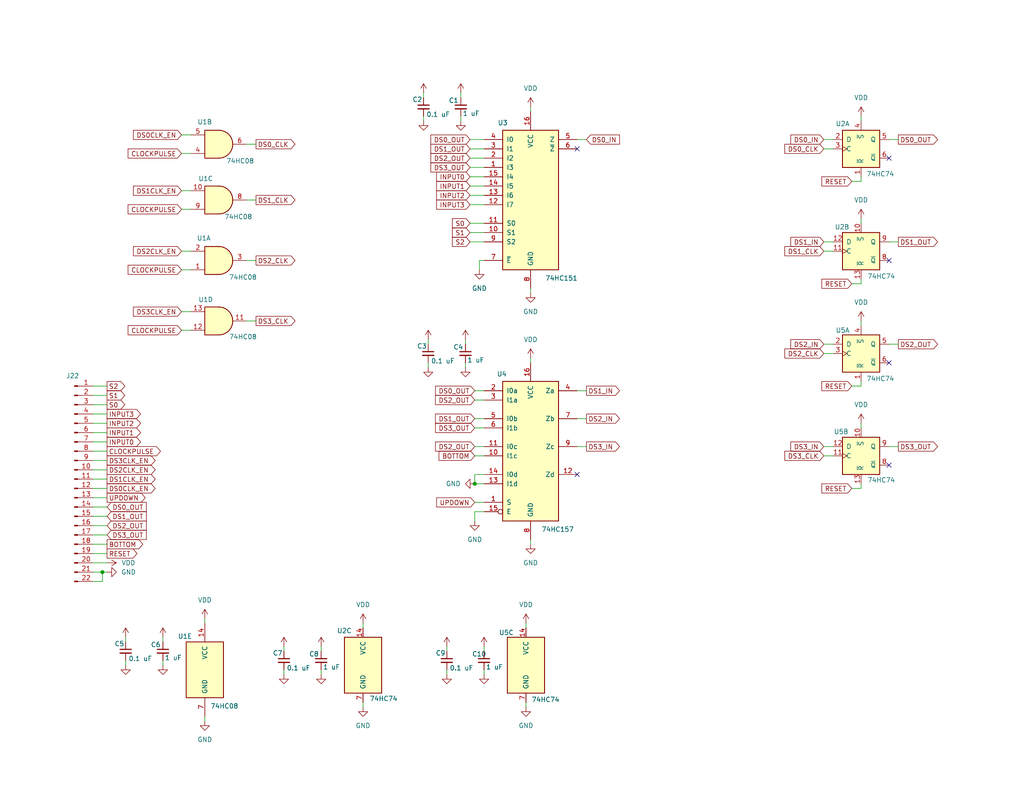
<source format=kicad_sch>
(kicad_sch (version 20231120) (generator "eeschema") (generator_version "8.0")
  (paper "USLetter")
  (title_block (title "Stack Module") (date "2025-01-25") (rev "v01") (company "Pax Instruments"))
  (lib_symbols
    (symbol "74xx:74HC74" (pin_names (offset 1.016))
      (property "Reference" "U" (at -7.62 8.89 0))
      (property "Value" "74HC74" (at -7.62 -8.89 0))
      (symbol "74HC74_1_0"
        (pin input line (at 0 -7.62 90) (length 2.54) (name "~{R}") (number "1"))
        (pin input line (at -7.62 2.54 0) (length 2.54) (name "D") (number "2"))
        (pin input clock (at -7.62 0 0) (length 2.54) (name "C") (number "3"))
        (pin input line (at 0 7.62 270) (length 2.54) (name "~{S}") (number "4"))
        (pin output line (at 7.62 2.54 180) (length 2.54) (name "Q") (number "5"))
        (pin output line (at 7.62 -2.54 180) (length 2.54) (name "~{Q}") (number "6"))
      )
      (symbol "74HC74_1_1"
        (rectangle (start -5.08 5.08) (end 5.08 -5.08) (stroke (width 0.254)) (fill (type background)))
      )
      (symbol "74HC74_2_0"
        (pin input line (at 0 7.62 270) (length 2.54) (name "~{S}") (number "10"))
        (pin input clock (at -7.62 0 0) (length 2.54) (name "C") (number "11"))
        (pin input line (at -7.62 2.54 0) (length 2.54) (name "D") (number "12"))
        (pin input line (at 0 -7.62 90) (length 2.54) (name "~{R}") (number "13"))
        (pin output line (at 7.62 -2.54 180) (length 2.54) (name "~{Q}") (number "8"))
        (pin output line (at 7.62 2.54 180) (length 2.54) (name "Q") (number "9"))
      )
      (symbol "74HC74_2_1"
        (rectangle (start -5.08 5.08) (end 5.08 -5.08) (stroke (width 0.254)) (fill (type background)))
      )
      (symbol "74HC74_3_0"
        (pin power_in line (at 0 10.16 270) (length 2.54) (name "VCC") (number "14"))
        (pin power_in line (at 0 -10.16 90) (length 2.54) (name "GND") (number "7"))
      )
      (symbol "74HC74_3_1"
        (rectangle (start -5.08 7.62) (end 5.08 -7.62) (stroke (width 0.254)) (fill (type background)))
      )
    )
    (symbol "74xx:74LS08" (pin_names (offset 1.016))
      (property "Reference" "U" (at 0 1.27 0))
      (property "Value" "74LS08" (at 0 -1.27 0))
      (symbol "74LS08_1_1"
        (arc (start 0 -3.81) (mid 3.7934 0) (end 0 3.81) (stroke (width 0.254)) (fill (type background)))
        (polyline (pts (xy 0 3.81) (xy -3.81 3.81) (xy -3.81 -3.81) (xy 0 -3.81)) (stroke (width 0.254)) (fill (type background)))
        (pin input line (at -7.62 2.54 0) (length 3.81) (name "~") (number "1"))
        (pin input line (at -7.62 -2.54 0) (length 3.81) (name "~") (number "2"))
        (pin output line (at 7.62 0 180) (length 3.81) (name "~") (number "3"))
      )
      (symbol "74LS08_1_2"
        (arc (start -3.81 -3.81) (mid -2.589 0) (end -3.81 3.81) (stroke (width 0.254)))
        (arc (start -0.6096 -3.81) (mid 2.1842 -2.5851) (end 3.81 0) (stroke (width 0.254)) (fill (type background)))
        (polyline (pts (xy -3.81 -3.81) (xy -0.635 -3.81)) (stroke (width 0.254)) (fill (type background)))
        (polyline (pts (xy -3.81 3.81) (xy -0.635 3.81)) (stroke (width 0.254)) (fill (type background)))
        (polyline (pts (xy -0.635 3.81) (xy -3.81 3.81) (xy -3.81 3.81) (xy -3.556 3.4036) (xy -3.0226 2.2606) (xy -2.6924 1.0414) (xy -2.6162 -0.254) (xy -2.7686 -1.4986) (xy -3.175 -2.7178) (xy -3.81 -3.81) (xy -3.81 -3.81) (xy -0.635 -3.81)) (stroke (width -25.4)) (fill (type background)))
        (arc (start 3.81 0) (mid 2.1915 2.5936) (end -0.6096 3.81) (stroke (width 0.254)) (fill (type background)))
        (pin input inverted (at -7.62 2.54 0) (length 4.318) (name "~") (number "1"))
        (pin input inverted (at -7.62 -2.54 0) (length 4.318) (name "~") (number "2"))
        (pin output inverted (at 7.62 0 180) (length 3.81) (name "~") (number "3"))
      )
      (symbol "74LS08_2_1"
        (arc (start 0 -3.81) (mid 3.7934 0) (end 0 3.81) (stroke (width 0.254)) (fill (type background)))
        (polyline (pts (xy 0 3.81) (xy -3.81 3.81) (xy -3.81 -3.81) (xy 0 -3.81)) (stroke (width 0.254)) (fill (type background)))
        (pin input line (at -7.62 2.54 0) (length 3.81) (name "~") (number "4"))
        (pin input line (at -7.62 -2.54 0) (length 3.81) (name "~") (number "5"))
        (pin output line (at 7.62 0 180) (length 3.81) (name "~") (number "6"))
      )
      (symbol "74LS08_2_2"
        (arc (start -3.81 -3.81) (mid -2.589 0) (end -3.81 3.81) (stroke (width 0.254)))
        (arc (start -0.6096 -3.81) (mid 2.1842 -2.5851) (end 3.81 0) (stroke (width 0.254)) (fill (type background)))
        (polyline (pts (xy -3.81 -3.81) (xy -0.635 -3.81)) (stroke (width 0.254)) (fill (type background)))
        (polyline (pts (xy -3.81 3.81) (xy -0.635 3.81)) (stroke (width 0.254)) (fill (type background)))
        (polyline (pts (xy -0.635 3.81) (xy -3.81 3.81) (xy -3.81 3.81) (xy -3.556 3.4036) (xy -3.0226 2.2606) (xy -2.6924 1.0414) (xy -2.6162 -0.254) (xy -2.7686 -1.4986) (xy -3.175 -2.7178) (xy -3.81 -3.81) (xy -3.81 -3.81) (xy -0.635 -3.81)) (stroke (width -25.4)) (fill (type background)))
        (arc (start 3.81 0) (mid 2.1915 2.5936) (end -0.6096 3.81) (stroke (width 0.254)) (fill (type background)))
        (pin input inverted (at -7.62 2.54 0) (length 4.318) (name "~") (number "4"))
        (pin input inverted (at -7.62 -2.54 0) (length 4.318) (name "~") (number "5"))
        (pin output inverted (at 7.62 0 180) (length 3.81) (name "~") (number "6"))
      )
      (symbol "74LS08_3_1"
        (arc (start 0 -3.81) (mid 3.7934 0) (end 0 3.81) (stroke (width 0.254)) (fill (type background)))
        (polyline (pts (xy 0 3.81) (xy -3.81 3.81) (xy -3.81 -3.81) (xy 0 -3.81)) (stroke (width 0.254)) (fill (type background)))
        (pin input line (at -7.62 -2.54 0) (length 3.81) (name "~") (number "10"))
        (pin output line (at 7.62 0 180) (length 3.81) (name "~") (number "8"))
        (pin input line (at -7.62 2.54 0) (length 3.81) (name "~") (number "9"))
      )
      (symbol "74LS08_3_2"
        (arc (start -3.81 -3.81) (mid -2.589 0) (end -3.81 3.81) (stroke (width 0.254)))
        (arc (start -0.6096 -3.81) (mid 2.1842 -2.5851) (end 3.81 0) (stroke (width 0.254)) (fill (type background)))
        (polyline (pts (xy -3.81 -3.81) (xy -0.635 -3.81)) (stroke (width 0.254)) (fill (type background)))
        (polyline (pts (xy -3.81 3.81) (xy -0.635 3.81)) (stroke (width 0.254)) (fill (type background)))
        (polyline (pts (xy -0.635 3.81) (xy -3.81 3.81) (xy -3.81 3.81) (xy -3.556 3.4036) (xy -3.0226 2.2606) (xy -2.6924 1.0414) (xy -2.6162 -0.254) (xy -2.7686 -1.4986) (xy -3.175 -2.7178) (xy -3.81 -3.81) (xy -3.81 -3.81) (xy -0.635 -3.81)) (stroke (width -25.4)) (fill (type background)))
        (arc (start 3.81 0) (mid 2.1915 2.5936) (end -0.6096 3.81) (stroke (width 0.254)) (fill (type background)))
        (pin input inverted (at -7.62 -2.54 0) (length 4.318) (name "~") (number "10"))
        (pin output inverted (at 7.62 0 180) (length 3.81) (name "~") (number "8"))
        (pin input inverted (at -7.62 2.54 0) (length 4.318) (name "~") (number "9"))
      )
      (symbol "74LS08_4_1"
        (arc (start 0 -3.81) (mid 3.7934 0) (end 0 3.81) (stroke (width 0.254)) (fill (type background)))
        (polyline (pts (xy 0 3.81) (xy -3.81 3.81) (xy -3.81 -3.81) (xy 0 -3.81)) (stroke (width 0.254)) (fill (type background)))
        (pin output line (at 7.62 0 180) (length 3.81) (name "~") (number "11"))
        (pin input line (at -7.62 2.54 0) (length 3.81) (name "~") (number "12"))
        (pin input line (at -7.62 -2.54 0) (length 3.81) (name "~") (number "13"))
      )
      (symbol "74LS08_4_2"
        (arc (start -3.81 -3.81) (mid -2.589 0) (end -3.81 3.81) (stroke (width 0.254)))
        (arc (start -0.6096 -3.81) (mid 2.1842 -2.5851) (end 3.81 0) (stroke (width 0.254)) (fill (type background)))
        (polyline (pts (xy -3.81 -3.81) (xy -0.635 -3.81)) (stroke (width 0.254)) (fill (type background)))
        (polyline (pts (xy -3.81 3.81) (xy -0.635 3.81)) (stroke (width 0.254)) (fill (type background)))
        (polyline (pts (xy -0.635 3.81) (xy -3.81 3.81) (xy -3.81 3.81) (xy -3.556 3.4036) (xy -3.0226 2.2606) (xy -2.6924 1.0414) (xy -2.6162 -0.254) (xy -2.7686 -1.4986) (xy -3.175 -2.7178) (xy -3.81 -3.81) (xy -3.81 -3.81) (xy -0.635 -3.81)) (stroke (width -25.4)) (fill (type background)))
        (arc (start 3.81 0) (mid 2.1915 2.5936) (end -0.6096 3.81) (stroke (width 0.254)) (fill (type background)))
        (pin output inverted (at 7.62 0 180) (length 3.81) (name "~") (number "11"))
        (pin input inverted (at -7.62 2.54 0) (length 4.318) (name "~") (number "12"))
        (pin input inverted (at -7.62 -2.54 0) (length 4.318) (name "~") (number "13"))
      )
      (symbol "74LS08_5_0"
        (pin power_in line (at 0 12.7 270) (length 5.08) (name "VCC") (number "14"))
        (pin power_in line (at 0 -12.7 90) (length 5.08) (name "GND") (number "7"))
      )
      (symbol "74LS08_5_1"
        (rectangle (start -5.08 7.62) (end 5.08 -7.62) (stroke (width 0.254)) (fill (type background)))
      )
    )
    (symbol "74xx:74LS151" (pin_names (offset 1.016))
      (property "Reference" "U" (at -7.62 19.05 0))
      (property "Value" "74LS151" (at -7.62 -21.59 0))
      (symbol "74LS151_1_0"
        (pin input line (at -12.7 7.62 0) (length 5.08) (name "I3") (number "1"))
        (pin input line (at -12.7 -10.16 0) (length 5.08) (name "S1") (number "10"))
        (pin input line (at -12.7 -7.62 0) (length 5.08) (name "S0") (number "11"))
        (pin input line (at -12.7 -2.54 0) (length 5.08) (name "I7") (number "12"))
        (pin input line (at -12.7 0 0) (length 5.08) (name "I6") (number "13"))
        (pin input line (at -12.7 2.54 0) (length 5.08) (name "I5") (number "14"))
        (pin input line (at -12.7 5.08 0) (length 5.08) (name "I4") (number "15"))
        (pin power_in line (at 0 22.86 270) (length 5.08) (name "VCC") (number "16"))
        (pin input line (at -12.7 10.16 0) (length 5.08) (name "I2") (number "2"))
        (pin input line (at -12.7 12.7 0) (length 5.08) (name "I1") (number "3"))
        (pin input line (at -12.7 15.24 0) (length 5.08) (name "I0") (number "4"))
        (pin output line (at 12.7 15.24 180) (length 5.08) (name "Z") (number "5"))
        (pin output line (at 12.7 12.7 180) (length 5.08) (name "~{Z}") (number "6"))
        (pin input line (at -12.7 -17.78 0) (length 5.08) (name "~{E}") (number "7"))
        (pin power_in line (at 0 -25.4 90) (length 5.08) (name "GND") (number "8"))
        (pin input line (at -12.7 -12.7 0) (length 5.08) (name "S2") (number "9"))
      )
      (symbol "74LS151_1_1"
        (rectangle (start -7.62 17.78) (end 7.62 -20.32) (stroke (width 0.254)) (fill (type background)))
      )
    )
    (symbol "74xx:74LS157" (pin_names (offset 1.016))
      (property "Reference" "U" (at -7.62 19.05 0))
      (property "Value" "74LS157" (at -7.62 -21.59 0))
      (symbol "74LS157_1_0"
        (pin input line (at -12.7 -15.24 0) (length 5.08) (name "S") (number "1"))
        (pin input line (at -12.7 -2.54 0) (length 5.08) (name "I1c") (number "10"))
        (pin input line (at -12.7 0 0) (length 5.08) (name "I0c") (number "11"))
        (pin output line (at 12.7 -7.62 180) (length 5.08) (name "Zd") (number "12"))
        (pin input line (at -12.7 -10.16 0) (length 5.08) (name "I1d") (number "13"))
        (pin input line (at -12.7 -7.62 0) (length 5.08) (name "I0d") (number "14"))
        (pin input inverted (at -12.7 -17.78 0) (length 5.08) (name "E") (number "15"))
        (pin power_in line (at 0 22.86 270) (length 5.08) (name "VCC") (number "16"))
        (pin input line (at -12.7 15.24 0) (length 5.08) (name "I0a") (number "2"))
        (pin input line (at -12.7 12.7 0) (length 5.08) (name "I1a") (number "3"))
        (pin output line (at 12.7 15.24 180) (length 5.08) (name "Za") (number "4"))
        (pin input line (at -12.7 7.62 0) (length 5.08) (name "I0b") (number "5"))
        (pin input line (at -12.7 5.08 0) (length 5.08) (name "I1b") (number "6"))
        (pin output line (at 12.7 7.62 180) (length 5.08) (name "Zb") (number "7"))
        (pin power_in line (at 0 -25.4 90) (length 5.08) (name "GND") (number "8"))
        (pin output line (at 12.7 0 180) (length 5.08) (name "Zc") (number "9"))
      )
      (symbol "74LS157_1_1"
        (rectangle (start -7.62 17.78) (end 7.62 -20.32) (stroke (width 0.254)) (fill (type background)))
      )
    )
    (symbol "Connector:Conn_01x22_Pin" (pin_names (offset 1.016) hide)
      (property "Reference" "J" (at 0 27.94 0))
      (property "Value" "Conn_01x22_Pin" (at 0 -30.48 0))
      (symbol "Conn_01x22_Pin_1_1"
        (polyline (pts (xy 1.27 -27.94) (xy 0.8636 -27.94)) (stroke (width 0.1524)))
        (polyline (pts (xy 1.27 -25.4) (xy 0.8636 -25.4)) (stroke (width 0.1524)))
        (polyline (pts (xy 1.27 -22.86) (xy 0.8636 -22.86)) (stroke (width 0.1524)))
        (polyline (pts (xy 1.27 -20.32) (xy 0.8636 -20.32)) (stroke (width 0.1524)))
        (polyline (pts (xy 1.27 -17.78) (xy 0.8636 -17.78)) (stroke (width 0.1524)))
        (polyline (pts (xy 1.27 -15.24) (xy 0.8636 -15.24)) (stroke (width 0.1524)))
        (polyline (pts (xy 1.27 -12.7) (xy 0.8636 -12.7)) (stroke (width 0.1524)))
        (polyline (pts (xy 1.27 -10.16) (xy 0.8636 -10.16)) (stroke (width 0.1524)))
        (polyline (pts (xy 1.27 -7.62) (xy 0.8636 -7.62)) (stroke (width 0.1524)))
        (polyline (pts (xy 1.27 -5.08) (xy 0.8636 -5.08)) (stroke (width 0.1524)))
        (polyline (pts (xy 1.27 -2.54) (xy 0.8636 -2.54)) (stroke (width 0.1524)))
        (polyline (pts (xy 1.27 0) (xy 0.8636 0)) (stroke (width 0.1524)))
        (polyline (pts (xy 1.27 2.54) (xy 0.8636 2.54)) (stroke (width 0.1524)))
        (polyline (pts (xy 1.27 5.08) (xy 0.8636 5.08)) (stroke (width 0.1524)))
        (polyline (pts (xy 1.27 7.62) (xy 0.8636 7.62)) (stroke (width 0.1524)))
        (polyline (pts (xy 1.27 10.16) (xy 0.8636 10.16)) (stroke (width 0.1524)))
        (polyline (pts (xy 1.27 12.7) (xy 0.8636 12.7)) (stroke (width 0.1524)))
        (polyline (pts (xy 1.27 15.24) (xy 0.8636 15.24)) (stroke (width 0.1524)))
        (polyline (pts (xy 1.27 17.78) (xy 0.8636 17.78)) (stroke (width 0.1524)))
        (polyline (pts (xy 1.27 20.32) (xy 0.8636 20.32)) (stroke (width 0.1524)))
        (polyline (pts (xy 1.27 22.86) (xy 0.8636 22.86)) (stroke (width 0.1524)))
        (polyline (pts (xy 1.27 25.4) (xy 0.8636 25.4)) (stroke (width 0.1524)))
        (rectangle (start 0.8636 -27.813) (end 0 -28.067) (stroke (width 0.1524)) (fill (type outline)))
        (rectangle (start 0.8636 -25.273) (end 0 -25.527) (stroke (width 0.1524)) (fill (type outline)))
        (rectangle (start 0.8636 -22.733) (end 0 -22.987) (stroke (width 0.1524)) (fill (type outline)))
        (rectangle (start 0.8636 -20.193) (end 0 -20.447) (stroke (width 0.1524)) (fill (type outline)))
        (rectangle (start 0.8636 -17.653) (end 0 -17.907) (stroke (width 0.1524)) (fill (type outline)))
        (rectangle (start 0.8636 -15.113) (end 0 -15.367) (stroke (width 0.1524)) (fill (type outline)))
        (rectangle (start 0.8636 -12.573) (end 0 -12.827) (stroke (width 0.1524)) (fill (type outline)))
        (rectangle (start 0.8636 -10.033) (end 0 -10.287) (stroke (width 0.1524)) (fill (type outline)))
        (rectangle (start 0.8636 -7.493) (end 0 -7.747) (stroke (width 0.1524)) (fill (type outline)))
        (rectangle (start 0.8636 -4.953) (end 0 -5.207) (stroke (width 0.1524)) (fill (type outline)))
        (rectangle (start 0.8636 -2.413) (end 0 -2.667) (stroke (width 0.1524)) (fill (type outline)))
        (rectangle (start 0.8636 0.127) (end 0 -0.127) (stroke (width 0.1524)) (fill (type outline)))
        (rectangle (start 0.8636 2.667) (end 0 2.413) (stroke (width 0.1524)) (fill (type outline)))
        (rectangle (start 0.8636 5.207) (end 0 4.953) (stroke (width 0.1524)) (fill (type outline)))
        (rectangle (start 0.8636 7.747) (end 0 7.493) (stroke (width 0.1524)) (fill (type outline)))
        (rectangle (start 0.8636 10.287) (end 0 10.033) (stroke (width 0.1524)) (fill (type outline)))
        (rectangle (start 0.8636 12.827) (end 0 12.573) (stroke (width 0.1524)) (fill (type outline)))
        (rectangle (start 0.8636 15.367) (end 0 15.113) (stroke (width 0.1524)) (fill (type outline)))
        (rectangle (start 0.8636 17.907) (end 0 17.653) (stroke (width 0.1524)) (fill (type outline)))
        (rectangle (start 0.8636 20.447) (end 0 20.193) (stroke (width 0.1524)) (fill (type outline)))
        (rectangle (start 0.8636 22.987) (end 0 22.733) (stroke (width 0.1524)) (fill (type outline)))
        (rectangle (start 0.8636 25.527) (end 0 25.273) (stroke (width 0.1524)) (fill (type outline)))
        (pin passive line (at 5.08 25.4 180) (length 3.81) (name "Pin_1") (number "1"))
        (pin passive line (at 5.08 2.54 180) (length 3.81) (name "Pin_10") (number "10"))
        (pin passive line (at 5.08 0 180) (length 3.81) (name "Pin_11") (number "11"))
        (pin passive line (at 5.08 -2.54 180) (length 3.81) (name "Pin_12") (number "12"))
        (pin passive line (at 5.08 -5.08 180) (length 3.81) (name "Pin_13") (number "13"))
        (pin passive line (at 5.08 -7.62 180) (length 3.81) (name "Pin_14") (number "14"))
        (pin passive line (at 5.08 -10.16 180) (length 3.81) (name "Pin_15") (number "15"))
        (pin passive line (at 5.08 -12.7 180) (length 3.81) (name "Pin_16") (number "16"))
        (pin passive line (at 5.08 -15.24 180) (length 3.81) (name "Pin_17") (number "17"))
        (pin passive line (at 5.08 -17.78 180) (length 3.81) (name "Pin_18") (number "18"))
        (pin passive line (at 5.08 -20.32 180) (length 3.81) (name "Pin_19") (number "19"))
        (pin passive line (at 5.08 22.86 180) (length 3.81) (name "Pin_2") (number "2"))
        (pin passive line (at 5.08 -22.86 180) (length 3.81) (name "Pin_20") (number "20"))
        (pin passive line (at 5.08 -25.4 180) (length 3.81) (name "Pin_21") (number "21"))
        (pin passive line (at 5.08 -27.94 180) (length 3.81) (name "Pin_22") (number "22"))
        (pin passive line (at 5.08 20.32 180) (length 3.81) (name "Pin_3") (number "3"))
        (pin passive line (at 5.08 17.78 180) (length 3.81) (name "Pin_4") (number "4"))
        (pin passive line (at 5.08 15.24 180) (length 3.81) (name "Pin_5") (number "5"))
        (pin passive line (at 5.08 12.7 180) (length 3.81) (name "Pin_6") (number "6"))
        (pin passive line (at 5.08 10.16 180) (length 3.81) (name "Pin_7") (number "7"))
        (pin passive line (at 5.08 7.62 180) (length 3.81) (name "Pin_8") (number "8"))
        (pin passive line (at 5.08 5.08 180) (length 3.81) (name "Pin_9") (number "9"))
      )
    )
    (symbol "Device:C_Small" (pin_numbers hide) (pin_names (offset 0.254) hide)
      (property "Reference" "C" (at 0.254 1.778 0))
      (property "Value" "C_Small" (at 0.254 -2.032 0))
      (symbol "C_Small_0_1"
        (polyline (pts (xy -1.524 -0.508) (xy 1.524 -0.508)) (stroke (width 0.3302)))
        (polyline (pts (xy -1.524 0.508) (xy 1.524 0.508)) (stroke (width 0.3048)))
      )
      (symbol "C_Small_1_1"
        (pin passive line (at 0 2.54 270) (length 2.032) (name "~") (number "1"))
        (pin passive line (at 0 -2.54 90) (length 2.032) (name "~") (number "2"))
      )
    )
    (symbol "power:GND" (power) (pin_names (offset 0))
      (property "Value" "GND" (at 0 -3.81 0))
      (symbol "GND_0_1"
        (polyline (pts (xy 0 0) (xy 0 -1.27) (xy 1.27 -1.27) (xy 0 -2.54) (xy -1.27 -1.27) (xy 0 -1.27)))
      )
      (symbol "GND_1_1"
        (pin power_in line (at 0 0 270) (length 0) hide (name "GND") (number "1"))
      )
    )
    (symbol "power:VDD" (power) (pin_names (offset 0))
      (property "Value" "VDD" (at 0 3.81 0))
      (symbol "VDD_0_1"
        (polyline (pts (xy -0.762 1.27) (xy 0 2.54)))
        (polyline (pts (xy 0 0) (xy 0 2.54)))
        (polyline (pts (xy 0 2.54) (xy 0.762 1.27)))
      )
      (symbol "VDD_1_1"
        (pin power_in line (at 0 0 90) (length 0) hide (name "VDD") (number "1"))
      )
    )
  )
  (junction (at 129.54 132.08))
  (junction (at 27.94 156.21))
  (no_connect (at 242.57 71.12))
  (no_connect (at 242.57 99.06))
  (no_connect (at 157.48 40.64))
  (no_connect (at 157.48 129.54))
  (no_connect (at 242.57 127))
  (no_connect (at 242.57 43.18))
  (wire (pts (xy 99.06 193.04) (xy 99.06 191.77)))
  (wire (pts (xy 69.85 87.63) (xy 67.31 87.63)))
  (wire (pts (xy 227.33 66.04) (xy 224.79 66.04)))
  (wire (pts (xy 129.54 137.16) (xy 132.08 137.16)))
  (wire (pts (xy 49.53 73.66) (xy 52.07 73.66)))
  (wire (pts (xy 224.79 68.58) (xy 227.33 68.58)))
  (wire (pts (xy 87.63 176.53) (xy 87.63 177.8)))
  (wire (pts (xy 224.79 96.52) (xy 227.33 96.52)))
  (wire (pts (xy 157.48 38.1) (xy 160.02 38.1)))
  (wire (pts (xy 224.79 124.46) (xy 227.33 124.46)))
  (wire (pts (xy 143.51 170.18) (xy 143.51 171.45)))
  (wire (pts (xy 157.48 114.3) (xy 160.02 114.3)))
  (wire (pts (xy 128.27 53.34) (xy 132.08 53.34)))
  (wire (pts (xy 121.92 184.15) (xy 121.92 182.88)))
  (wire (pts (xy 116.84 92.71) (xy 116.84 93.98)))
  (wire (pts (xy 130.81 73.66) (xy 130.81 71.12)))
  (wire (pts (xy 234.95 31.75) (xy 234.95 33.02)))
  (wire (pts (xy 132.08 184.15) (xy 132.08 182.88)))
  (wire (pts (xy 128.27 66.04) (xy 132.08 66.04)))
  (wire (pts (xy 129.54 124.46) (xy 132.08 124.46)))
  (wire (pts (xy 49.53 52.07) (xy 52.07 52.07)))
  (wire (pts (xy 29.21 107.95) (xy 25.4 107.95)))
  (wire (pts (xy 144.78 80.01) (xy 144.78 78.74)))
  (wire (pts (xy 29.21 143.51) (xy 25.4 143.51)))
  (wire (pts (xy 29.21 146.05) (xy 25.4 146.05)))
  (wire (pts (xy 242.57 38.1) (xy 245.11 38.1)))
  (wire (pts (xy 132.08 176.53) (xy 132.08 177.8)))
  (wire (pts (xy 129.54 109.22) (xy 132.08 109.22)))
  (wire (pts (xy 234.95 87.63) (xy 234.95 88.9)))
  (wire (pts (xy 49.53 57.15) (xy 52.07 57.15)))
  (wire (pts (xy 129.54 114.3) (xy 132.08 114.3)))
  (wire (pts (xy 144.78 148.59) (xy 144.78 147.32)))
  (wire (pts (xy 115.57 25.4) (xy 115.57 26.67)))
  (wire (pts (xy 157.48 106.68) (xy 160.02 106.68)))
  (wire (pts (xy 55.88 168.91) (xy 55.88 170.18)))
  (wire (pts (xy 234.95 59.69) (xy 234.95 60.96)))
  (wire (pts (xy 234.95 133.35) (xy 234.95 132.08)))
  (wire (pts (xy 232.41 105.41) (xy 234.95 105.41)))
  (wire (pts (xy 69.85 54.61) (xy 67.31 54.61)))
  (wire (pts (xy 99.06 170.18) (xy 99.06 171.45)))
  (wire (pts (xy 129.54 132.08) (xy 132.08 132.08)))
  (wire (pts (xy 232.41 133.35) (xy 234.95 133.35)))
  (wire (pts (xy 29.21 138.43) (xy 25.4 138.43)))
  (wire (pts (xy 116.84 100.33) (xy 116.84 99.06)))
  (wire (pts (xy 29.21 105.41) (xy 25.4 105.41)))
  (wire (pts (xy 25.4 156.21) (xy 27.94 156.21)))
  (wire (pts (xy 128.27 50.8) (xy 132.08 50.8)))
  (wire (pts (xy 77.47 176.53) (xy 77.47 177.8)))
  (wire (pts (xy 129.54 129.54) (xy 129.54 132.08)))
  (wire (pts (xy 128.27 48.26) (xy 132.08 48.26)))
  (wire (pts (xy 49.53 36.83) (xy 52.07 36.83)))
  (wire (pts (xy 55.88 196.85) (xy 55.88 195.58)))
  (wire (pts (xy 144.78 97.79) (xy 144.78 99.06)))
  (wire (pts (xy 27.94 156.21) (xy 27.94 158.75)))
  (wire (pts (xy 234.95 105.41) (xy 234.95 104.14)))
  (wire (pts (xy 34.29 181.61) (xy 34.29 180.34)))
  (wire (pts (xy 224.79 40.64) (xy 227.33 40.64)))
  (wire (pts (xy 125.73 33.02) (xy 125.73 31.75)))
  (wire (pts (xy 227.33 93.98) (xy 224.79 93.98)))
  (wire (pts (xy 128.27 43.18) (xy 132.08 43.18)))
  (wire (pts (xy 49.53 85.09) (xy 52.07 85.09)))
  (wire (pts (xy 69.85 39.37) (xy 67.31 39.37)))
  (wire (pts (xy 44.45 181.61) (xy 44.45 180.34)))
  (wire (pts (xy 77.47 184.15) (xy 77.47 182.88)))
  (wire (pts (xy 49.53 41.91) (xy 52.07 41.91)))
  (wire (pts (xy 29.21 140.97) (xy 25.4 140.97)))
  (wire (pts (xy 157.48 121.92) (xy 160.02 121.92)))
  (wire (pts (xy 128.27 60.96) (xy 132.08 60.96)))
  (wire (pts (xy 29.21 148.59) (xy 25.4 148.59)))
  (wire (pts (xy 128.27 55.88) (xy 132.08 55.88)))
  (wire (pts (xy 29.21 123.19) (xy 25.4 123.19)))
  (wire (pts (xy 245.11 121.92) (xy 242.57 121.92)))
  (wire (pts (xy 29.21 156.21) (xy 27.94 156.21)))
  (wire (pts (xy 25.4 153.67) (xy 29.21 153.67)))
  (wire (pts (xy 144.78 29.21) (xy 144.78 30.48)))
  (wire (pts (xy 143.51 193.04) (xy 143.51 191.77)))
  (wire (pts (xy 234.95 115.57) (xy 234.95 116.84)))
  (wire (pts (xy 128.27 40.64) (xy 132.08 40.64)))
  (wire (pts (xy 129.54 139.7) (xy 129.54 142.24)))
  (wire (pts (xy 242.57 66.04) (xy 245.11 66.04)))
  (wire (pts (xy 234.95 77.47) (xy 234.95 76.2)))
  (wire (pts (xy 128.27 63.5) (xy 132.08 63.5)))
  (wire (pts (xy 129.54 129.54) (xy 132.08 129.54)))
  (wire (pts (xy 227.33 38.1) (xy 224.79 38.1)))
  (wire (pts (xy 49.53 90.17) (xy 52.07 90.17)))
  (wire (pts (xy 29.21 135.89) (xy 25.4 135.89)))
  (wire (pts (xy 34.29 173.99) (xy 34.29 175.26)))
  (wire (pts (xy 227.33 121.92) (xy 224.79 121.92)))
  (wire (pts (xy 121.92 176.53) (xy 121.92 177.8)))
  (wire (pts (xy 245.11 93.98) (xy 242.57 93.98)))
  (wire (pts (xy 29.21 110.49) (xy 25.4 110.49)))
  (wire (pts (xy 29.21 125.73) (xy 25.4 125.73)))
  (wire (pts (xy 29.21 128.27) (xy 25.4 128.27)))
  (wire (pts (xy 232.41 49.53) (xy 234.95 49.53)))
  (wire (pts (xy 44.45 173.99) (xy 44.45 175.26)))
  (wire (pts (xy 29.21 118.11) (xy 25.4 118.11)))
  (wire (pts (xy 128.27 45.72) (xy 132.08 45.72)))
  (wire (pts (xy 69.85 71.12) (xy 67.31 71.12)))
  (wire (pts (xy 49.53 68.58) (xy 52.07 68.58)))
  (wire (pts (xy 127 92.71) (xy 127 93.98)))
  (wire (pts (xy 127 100.33) (xy 127 99.06)))
  (wire (pts (xy 25.4 158.75) (xy 27.94 158.75)))
  (wire (pts (xy 129.54 106.68) (xy 132.08 106.68)))
  (wire (pts (xy 29.21 120.65) (xy 25.4 120.65)))
  (wire (pts (xy 129.54 139.7) (xy 132.08 139.7)))
  (wire (pts (xy 115.57 33.02) (xy 115.57 31.75)))
  (wire (pts (xy 130.81 71.12) (xy 132.08 71.12)))
  (wire (pts (xy 129.54 121.92) (xy 132.08 121.92)))
  (wire (pts (xy 234.95 49.53) (xy 234.95 48.26)))
  (wire (pts (xy 29.21 115.57) (xy 25.4 115.57)))
  (wire (pts (xy 125.73 25.4) (xy 125.73 26.67)))
  (wire (pts (xy 29.21 133.35) (xy 25.4 133.35)))
  (wire (pts (xy 29.21 113.03) (xy 25.4 113.03)))
  (wire (pts (xy 129.54 116.84) (xy 132.08 116.84)))
  (wire (pts (xy 87.63 184.15) (xy 87.63 182.88)))
  (wire (pts (xy 128.27 38.1) (xy 132.08 38.1)))
  (wire (pts (xy 29.21 151.13) (xy 25.4 151.13)))
  (wire (pts (xy 232.41 77.47) (xy 234.95 77.47)))
  (wire (pts (xy 29.21 130.81) (xy 25.4 130.81)))
  (global_label "DS1_IN" (shape input) (at 224.79 66.04 180) (property "Intersheetrefs" "${INTERSHEET_REFS}" (effects (hide yes))))
  (global_label "DS1_IN" (shape output) (at 160.02 106.68 0) (property "Intersheetrefs" "${INTERSHEET_REFS}" (effects (hide yes))))
  (global_label "INPUT3" (shape output) (at 29.21 113.03 0) (property "Intersheetrefs" "${INTERSHEET_REFS}" (effects (hide yes))))
  (global_label "RESET" (shape input) (at 232.41 133.35 180) (property "Intersheetrefs" "${INTERSHEET_REFS}" (effects (hide yes))))
  (global_label "DS3CLK_EN" (shape output) (at 29.21 125.73 0) (property "Intersheetrefs" "${INTERSHEET_REFS}" (effects (hide yes))))
  (global_label "INPUT1" (shape output) (at 29.21 118.11 0) (property "Intersheetrefs" "${INTERSHEET_REFS}" (effects (hide yes))))
  (global_label "CLOCKPULSE" (shape input) (at 49.53 41.91 180) (property "Intersheetrefs" "${INTERSHEET_REFS}" (effects (hide yes))))
  (global_label "INPUT3" (shape input) (at 128.27 55.88 180) (property "Intersheetrefs" "${INTERSHEET_REFS}" (effects (hide yes))))
  (global_label "INPUT2" (shape output) (at 29.21 115.57 0) (property "Intersheetrefs" "${INTERSHEET_REFS}" (effects (hide yes))))
  (global_label "DS3_OUT" (shape input) (at 29.21 146.05 0) (property "Intersheetrefs" "${INTERSHEET_REFS}" (effects (hide yes))))
  (global_label "DS0_IN" (shape input) (at 224.79 38.1 180) (property "Intersheetrefs" "${INTERSHEET_REFS}" (effects (hide yes))))
  (global_label "INPUT0" (shape output) (at 29.21 120.65 0) (property "Intersheetrefs" "${INTERSHEET_REFS}" (effects (hide yes))))
  (global_label "DS1_OUT" (shape output) (at 245.11 66.04 0) (property "Intersheetrefs" "${INTERSHEET_REFS}" (effects (hide yes))))
  (global_label "DS1_OUT" (shape input) (at 29.21 140.97 0) (property "Intersheetrefs" "${INTERSHEET_REFS}" (effects (hide yes))))
  (global_label "DS0_OUT" (shape input) (at 129.54 106.68 180) (property "Intersheetrefs" "${INTERSHEET_REFS}" (effects (hide yes))))
  (global_label "CLOCKPULSE" (shape input) (at 49.53 90.17 180) (property "Intersheetrefs" "${INTERSHEET_REFS}" (effects (hide yes))))
  (global_label "DS1CLK_EN" (shape output) (at 29.21 130.81 0) (property "Intersheetrefs" "${INTERSHEET_REFS}" (effects (hide yes))))
  (global_label "DS0CLK_EN" (shape output) (at 29.21 133.35 0) (property "Intersheetrefs" "${INTERSHEET_REFS}" (effects (hide yes))))
  (global_label "DS2_IN" (shape input) (at 224.79 93.98 180) (property "Intersheetrefs" "${INTERSHEET_REFS}" (effects (hide yes))))
  (global_label "DS2CLK_EN" (shape output) (at 29.21 128.27 0) (property "Intersheetrefs" "${INTERSHEET_REFS}" (effects (hide yes))))
  (global_label "DS1_OUT" (shape input) (at 129.54 114.3 180) (property "Intersheetrefs" "${INTERSHEET_REFS}" (effects (hide yes))))
  (global_label "DS0_OUT" (shape input) (at 128.27 38.1 180) (property "Intersheetrefs" "${INTERSHEET_REFS}" (effects (hide yes))))
  (global_label "DS0_CLK" (shape output) (at 69.85 39.37 0) (property "Intersheetrefs" "${INTERSHEET_REFS}" (effects (hide yes))))
  (global_label "DS2_IN" (shape output) (at 160.02 114.3 0) (property "Intersheetrefs" "${INTERSHEET_REFS}" (effects (hide yes))))
  (global_label "DS2_OUT" (shape input) (at 129.54 121.92 180) (property "Intersheetrefs" "${INTERSHEET_REFS}" (effects (hide yes))))
  (global_label "DS3_CLK" (shape output) (at 69.85 87.63 0) (property "Intersheetrefs" "${INTERSHEET_REFS}" (effects (hide yes))))
  (global_label "S1" (shape output) (at 29.21 107.95 0) (property "Intersheetrefs" "${INTERSHEET_REFS}" (effects (hide yes))))
  (global_label "DS3_OUT" (shape input) (at 129.54 116.84 180) (property "Intersheetrefs" "${INTERSHEET_REFS}" (effects (hide yes))))
  (global_label "DS0_CLK" (shape input) (at 224.79 40.64 180) (property "Intersheetrefs" "${INTERSHEET_REFS}" (effects (hide yes))))
  (global_label "CLOCKPULSE" (shape input) (at 49.53 57.15 180) (property "Intersheetrefs" "${INTERSHEET_REFS}" (effects (hide yes))))
  (global_label "BOTTOM" (shape output) (at 29.21 148.59 0) (property "Intersheetrefs" "${INTERSHEET_REFS}" (effects (hide yes))))
  (global_label "DS3_IN" (shape output) (at 160.02 121.92 0) (property "Intersheetrefs" "${INTERSHEET_REFS}" (effects (hide yes))))
  (global_label "DS0_OUT" (shape input) (at 29.21 138.43 0) (property "Intersheetrefs" "${INTERSHEET_REFS}" (effects (hide yes))))
  (global_label "INPUT2" (shape input) (at 128.27 53.34 180) (property "Intersheetrefs" "${INTERSHEET_REFS}" (effects (hide yes))))
  (global_label "DS2_OUT" (shape output) (at 245.11 93.98 0) (property "Intersheetrefs" "${INTERSHEET_REFS}" (effects (hide yes))))
  (global_label "RESET" (shape input) (at 232.41 49.53 180) (property "Intersheetrefs" "${INTERSHEET_REFS}" (effects (hide yes))))
  (global_label "DS2_OUT" (shape input) (at 29.21 143.51 0) (property "Intersheetrefs" "${INTERSHEET_REFS}" (effects (hide yes))))
  (global_label "CLOCKPULSE" (shape output) (at 29.21 123.19 0) (property "Intersheetrefs" "${INTERSHEET_REFS}" (effects (hide yes))))
  (global_label "DS1_OUT" (shape input) (at 128.27 40.64 180) (property "Intersheetrefs" "${INTERSHEET_REFS}" (effects (hide yes))))
  (global_label "DS1_CLK" (shape input) (at 224.79 68.58 180) (property "Intersheetrefs" "${INTERSHEET_REFS}" (effects (hide yes))))
  (global_label "CLOCKPULSE" (shape input) (at 49.53 73.66 180) (property "Intersheetrefs" "${INTERSHEET_REFS}" (effects (hide yes))))
  (global_label "S1" (shape input) (at 128.27 63.5 180) (property "Intersheetrefs" "${INTERSHEET_REFS}" (effects (hide yes))))
  (global_label "DS3CLK_EN" (shape input) (at 49.53 85.09 180) (property "Intersheetrefs" "${INTERSHEET_REFS}" (effects (hide yes))))
  (global_label "UPDOWN" (shape output) (at 29.21 135.89 0) (property "Intersheetrefs" "${INTERSHEET_REFS}" (effects (hide yes))))
  (global_label "DS2CLK_EN" (shape input) (at 49.53 68.58 180) (property "Intersheetrefs" "${INTERSHEET_REFS}" (effects (hide yes))))
  (global_label "DS0CLK_EN" (shape input) (at 49.53 36.83 180) (property "Intersheetrefs" "${INTERSHEET_REFS}" (effects (hide yes))))
  (global_label "DS0_IN" (shape input) (at 160.02 38.1 0) (property "Intersheetrefs" "${INTERSHEET_REFS}" (effects (hide yes))))
  (global_label "DS1_CLK" (shape output) (at 69.85 54.61 0) (property "Intersheetrefs" "${INTERSHEET_REFS}" (effects (hide yes))))
  (global_label "S2" (shape input) (at 128.27 66.04 180) (property "Intersheetrefs" "${INTERSHEET_REFS}" (effects (hide yes))))
  (global_label "DS3_IN" (shape input) (at 224.79 121.92 180) (property "Intersheetrefs" "${INTERSHEET_REFS}" (effects (hide yes))))
  (global_label "RESET" (shape input) (at 232.41 77.47 180) (property "Intersheetrefs" "${INTERSHEET_REFS}" (effects (hide yes))))
  (global_label "UPDOWN" (shape input) (at 129.54 137.16 180) (property "Intersheetrefs" "${INTERSHEET_REFS}" (effects (hide yes))))
  (global_label "DS2_CLK" (shape input) (at 224.79 96.52 180) (property "Intersheetrefs" "${INTERSHEET_REFS}" (effects (hide yes))))
  (global_label "DS2_OUT" (shape input) (at 128.27 43.18 180) (property "Intersheetrefs" "${INTERSHEET_REFS}" (effects (hide yes))))
  (global_label "DS1CLK_EN" (shape input) (at 49.53 52.07 180) (property "Intersheetrefs" "${INTERSHEET_REFS}" (effects (hide yes))))
  (global_label "DS2_OUT" (shape input) (at 129.54 109.22 180) (property "Intersheetrefs" "${INTERSHEET_REFS}" (effects (hide yes))))
  (global_label "DS2_CLK" (shape output) (at 69.85 71.12 0) (property "Intersheetrefs" "${INTERSHEET_REFS}" (effects (hide yes))))
  (global_label "DS0_OUT" (shape output) (at 245.11 38.1 0) (property "Intersheetrefs" "${INTERSHEET_REFS}" (effects (hide yes))))
  (global_label "S0" (shape input) (at 128.27 60.96 180) (property "Intersheetrefs" "${INTERSHEET_REFS}" (effects (hide yes))))
  (global_label "S0" (shape output) (at 29.21 110.49 0) (property "Intersheetrefs" "${INTERSHEET_REFS}" (effects (hide yes))))
  (global_label "INPUT0" (shape input) (at 128.27 48.26 180) (property "Intersheetrefs" "${INTERSHEET_REFS}" (effects (hide yes))))
  (global_label "BOTTOM" (shape input) (at 129.54 124.46 180) (property "Intersheetrefs" "${INTERSHEET_REFS}" (effects (hide yes))))
  (global_label "RESET" (shape output) (at 29.21 151.13 0) (property "Intersheetrefs" "${INTERSHEET_REFS}" (effects (hide yes))))
  (global_label "INPUT1" (shape input) (at 128.27 50.8 180) (property "Intersheetrefs" "${INTERSHEET_REFS}" (effects (hide yes))))
  (global_label "RESET" (shape input) (at 232.41 105.41 180) (property "Intersheetrefs" "${INTERSHEET_REFS}" (effects (hide yes))))
  (global_label "S2" (shape output) (at 29.21 105.41 0) (property "Intersheetrefs" "${INTERSHEET_REFS}" (effects (hide yes))))
  (global_label "DS3_CLK" (shape input) (at 224.79 124.46 180) (property "Intersheetrefs" "${INTERSHEET_REFS}" (effects (hide yes))))
  (global_label "DS3_OUT" (shape input) (at 128.27 45.72 180) (property "Intersheetrefs" "${INTERSHEET_REFS}" (effects (hide yes))))
  (global_label "DS3_OUT" (shape output) (at 245.11 121.92 0) (property "Intersheetrefs" "${INTERSHEET_REFS}" (effects (hide yes))))
  (symbol (lib_id "power:VDD") (at 125.73 25.4 0) (unit 1)
    (property "Reference" "#PWR020" (effects (hide yes)))
    (property "Value" "VDD" (effects (hide yes)))
    (property "Description" "Power symbol creates a global label with name \"VDD\"" (effects (hide yes)))
  )
  (symbol (lib_id "power:GND") (at 116.84 100.33 0) (unit 1)
    (property "Reference" "#PWR025" (effects (hide yes)))
    (property "Value" "GND" (effects (hide yes)))
    (property "Description" "Power symbol creates a global label with name \"GND\" , ground" (effects (hide yes)))
  )
  (symbol (lib_id "74xx:74LS08") (at 55.88 182.88 0) (unit 5)
    (property "Reference" "U1" (at 48.514 173.7359 0) (effects (justify left)))
    (property "Value" "74HC08" (at 57.404 192.7859 0) (effects (justify left)))
    (property "Footprint" "Package_DIP:DIP-14_W7.62mm_Socket_LongPads" (effects (hide yes)))
    (property "Datasheet" "http://www.ti.com/lit/gpn/sn74HC08" (effects (hide yes)))
    (property "Description" "Quad And2" (effects (hide yes)))
  )
  (symbol (lib_id "power:GND") (at 144.78 80.01 0) (unit 1)
    (property "Reference" "#PWR011" (effects (hide yes)))
    (property "Value" "GND" (at 144.78 85.09 0))
    (property "Description" "Power symbol creates a global label with name \"GND\" , ground" (effects (hide yes)))
  )
  (symbol (lib_id "74xx:74HC74") (at 234.95 68.58 0) (unit 2)
    (property "Reference" "U2" (at 227.7461 61.976 0) (effects (justify left)))
    (property "Value" "74HC74" (at 236.6361 75.438 0) (effects (justify left)))
    (property "Footprint" "Package_DIP:DIP-14_W7.62mm_Socket_LongPads" (effects (hide yes)))
    (property "Datasheet" "http://www.ti.com/lit/gpn/sn74HC74" (effects (hide yes)))
    (property "Description" "Dual D Flip-flop, Set & Reset" (effects (hide yes)))
  )
  (symbol (lib_id "power:VDD") (at 115.57 25.4 0) (unit 1)
    (property "Reference" "#PWR021" (effects (hide yes)))
    (property "Value" "VDD" (effects (hide yes)))
    (property "Description" "Power symbol creates a global label with name \"VDD\"" (effects (hide yes)))
  )
  (symbol (lib_id "74xx:74HC74") (at 143.51 181.61 0) (unit 3)
    (property "Reference" "U5" (at 136.144 172.7199 0) (effects (justify left)))
    (property "Value" "74HC74" (at 145.034 191.0079 0) (effects (justify left)))
    (property "Footprint" "Package_DIP:DIP-14_W7.62mm_Socket_LongPads" (effects (hide yes)))
    (property "Datasheet" "74xx/74hc_hct74.pdf" (effects (hide yes)))
    (property "Description" "Dual D Flip-flop, Set & Reset" (effects (hide yes)))
  )
  (symbol (lib_id "Device:C_Small") (at 77.47 180.34 0) (unit 1)
    (property "Reference" "C7" (at 74.422 178.308 0) (effects (justify left)))
    (property "Value" "0.1 uF" (at 78.232 182.372 0) (effects (justify left)))
    (property "Footprint" "Capacitor_SMD:C_1206_3216Metric_Pad1.33x1.80mm_HandSolder" (effects (hide yes)))
    (property "Description" "Unpolarized capacitor, small symbol" (effects (hide yes)))
  )
  (symbol (lib_id "74xx:74LS157") (at 144.78 121.92 0) (unit 1)
    (property "Reference" "U4" (at 135.5441 102.108 0) (effects (justify left)))
    (property "Value" "74HC157" (at 147.7361 144.526 0) (effects (justify left)))
    (property "Footprint" "Package_DIP:DIP-16_W7.62mm_Socket_LongPads" (effects (hide yes)))
    (property "Datasheet" "http://www.ti.com/lit/gpn/sn74HC157" (effects (hide yes)))
    (property "Description" "Quad 2 to 1 line Multiplexer" (effects (hide yes)))
  )
  (symbol (lib_id "power:VDD") (at 77.47 176.53 0) (unit 1)
    (property "Reference" "#PWR032" (effects (hide yes)))
    (property "Value" "VDD" (effects (hide yes)))
    (property "Description" "Power symbol creates a global label with name \"VDD\"" (effects (hide yes)))
  )
  (symbol (lib_id "power:VDD") (at 121.92 176.53 0) (unit 1)
    (property "Reference" "#PWR036" (effects (hide yes)))
    (property "Value" "VDD" (effects (hide yes)))
    (property "Description" "Power symbol creates a global label with name \"VDD\"" (effects (hide yes)))
  )
  (symbol (lib_id "power:GND") (at 99.06 193.04 0) (unit 1)
    (property "Reference" "#PWR09" (effects (hide yes)))
    (property "Value" "GND" (at 99.06 198.12 0))
    (property "Description" "Power symbol creates a global label with name \"GND\" , ground" (effects (hide yes)))
  )
  (symbol (lib_id "power:GND") (at 130.81 73.66 0) (unit 1)
    (property "Reference" "#PWR07" (effects (hide yes)))
    (property "Value" "GND" (at 130.81 78.74 0))
    (property "Description" "Power symbol creates a global label with name \"GND\" , ground" (effects (hide yes)))
  )
  (symbol (lib_id "power:VDD") (at 144.78 29.21 0) (unit 1)
    (property "Reference" "#PWR010" (effects (hide yes)))
    (property "Value" "VDD" (at 144.78 24.13 0))
    (property "Description" "Power symbol creates a global label with name \"VDD\"" (effects (hide yes)))
  )
  (symbol (lib_id "74xx:74LS08") (at 59.69 87.63 0) (mirror x) (unit 4)
    (property "Reference" "U1" (at 56.1257 81.788 0))
    (property "Value" "74HC08" (at 66.2857 91.948 0))
    (property "Footprint" "Package_DIP:DIP-14_W7.62mm_Socket_LongPads" (effects (hide yes)))
    (property "Datasheet" "http://www.ti.com/lit/gpn/sn74HC08" (effects (hide yes)))
    (property "Description" "Quad And2" (effects (hide yes)))
  )
  (symbol (lib_id "power:GND") (at 121.92 184.15 0) (unit 1)
    (property "Reference" "#PWR037" (effects (hide yes)))
    (property "Value" "GND" (effects (hide yes)))
    (property "Description" "Power symbol creates a global label with name \"GND\" , ground" (effects (hide yes)))
  )
  (symbol (lib_id "Device:C_Small") (at 115.57 29.21 0) (unit 1)
    (property "Reference" "C2" (at 112.522 27.178 0) (effects (justify left)))
    (property "Value" "0.1 uF" (at 116.332 31.242 0) (effects (justify left)))
    (property "Footprint" "Capacitor_SMD:C_1206_3216Metric_Pad1.33x1.80mm_HandSolder" (effects (hide yes)))
    (property "Description" "Unpolarized capacitor, small symbol" (effects (hide yes)))
  )
  (symbol (lib_id "power:GND") (at 144.78 148.59 0) (unit 1)
    (property "Reference" "#PWR013" (effects (hide yes)))
    (property "Value" "GND" (at 144.78 153.67 0))
    (property "Description" "Power symbol creates a global label with name \"GND\" , ground" (effects (hide yes)))
  )
  (symbol (lib_id "power:VDD") (at 29.21 153.67 270) (unit 1)
    (property "Reference" "#PWR02" (effects (hide yes)))
    (property "Value" "VDD" (at 35.052 153.67 90))
    (property "Description" "Power symbol creates a global label with name \"VDD\"" (effects (hide yes)))
  )
  (symbol (lib_id "power:VDD") (at 127 92.71 0) (unit 1)
    (property "Reference" "#PWR026" (effects (hide yes)))
    (property "Value" "VDD" (effects (hide yes)))
    (property "Description" "Power symbol creates a global label with name \"VDD\"" (effects (hide yes)))
  )
  (symbol (lib_id "power:GND") (at 143.51 193.04 0) (unit 1)
    (property "Reference" "#PWR015" (effects (hide yes)))
    (property "Value" "GND" (at 143.51 198.12 0))
    (property "Description" "Power symbol creates a global label with name \"GND\" , ground" (effects (hide yes)))
  )
  (symbol (lib_id "power:VDD") (at 87.63 176.53 0) (unit 1)
    (property "Reference" "#PWR034" (effects (hide yes)))
    (property "Value" "VDD" (effects (hide yes)))
    (property "Description" "Power symbol creates a global label with name \"VDD\"" (effects (hide yes)))
  )
  (symbol (lib_id "power:VDD") (at 55.88 168.91 0) (unit 1)
    (property "Reference" "#PWR03" (effects (hide yes)))
    (property "Value" "VDD" (at 55.88 163.83 0))
    (property "Description" "Power symbol creates a global label with name \"VDD\"" (effects (hide yes)))
  )
  (symbol (lib_id "power:GND") (at 55.88 196.85 0) (unit 1)
    (property "Reference" "#PWR04" (effects (hide yes)))
    (property "Value" "GND" (at 55.88 201.93 0))
    (property "Description" "Power symbol creates a global label with name \"GND\" , ground" (effects (hide yes)))
  )
  (symbol (lib_id "Device:C_Small") (at 116.84 96.52 0) (unit 1)
    (property "Reference" "C3" (at 113.792 94.488 0) (effects (justify left)))
    (property "Value" "0.1 uF" (at 117.602 98.552 0) (effects (justify left)))
    (property "Footprint" "Capacitor_SMD:C_1206_3216Metric_Pad1.33x1.80mm_HandSolder" (effects (hide yes)))
    (property "Description" "Unpolarized capacitor, small symbol" (effects (hide yes)))
  )
  (symbol (lib_id "power:VDD") (at 144.78 97.79 0) (unit 1)
    (property "Reference" "#PWR012" (effects (hide yes)))
    (property "Value" "VDD" (at 144.78 92.71 0))
    (property "Description" "Power symbol creates a global label with name \"VDD\"" (effects (hide yes)))
  )
  (symbol (lib_id "power:GND") (at 77.47 184.15 0) (unit 1)
    (property "Reference" "#PWR033" (effects (hide yes)))
    (property "Value" "GND" (effects (hide yes)))
    (property "Description" "Power symbol creates a global label with name \"GND\" , ground" (effects (hide yes)))
  )
  (symbol (lib_id "74xx:74HC74") (at 234.95 124.46 0) (unit 2)
    (property "Reference" "U5" (at 227.4921 117.856 0) (effects (justify left)))
    (property "Value" "74HC74" (at 236.6361 131.064 0) (effects (justify left)))
    (property "Footprint" "Package_DIP:DIP-14_W7.62mm_Socket_LongPads" (effects (hide yes)))
    (property "Datasheet" "74xx/74hc_hct74.pdf" (effects (hide yes)))
    (property "Description" "Dual D Flip-flop, Set & Reset" (effects (hide yes)))
  )
  (symbol (lib_id "power:VDD") (at 143.51 170.18 0) (unit 1)
    (property "Reference" "#PWR014" (effects (hide yes)))
    (property "Value" "VDD" (at 143.51 165.1 0))
    (property "Description" "Power symbol creates a global label with name \"VDD\"" (effects (hide yes)))
  )
  (symbol (lib_id "Device:C_Small") (at 125.73 29.21 0) (unit 1)
    (property "Reference" "C1" (at 122.428 27.432 0) (effects (justify left)))
    (property "Value" "1 uF" (at 126.238 30.988 0) (effects (justify left)))
    (property "Footprint" "Capacitor_SMD:C_1206_3216Metric_Pad1.33x1.80mm_HandSolder" (effects (hide yes)))
    (property "Description" "Unpolarized capacitor, small symbol" (effects (hide yes)))
  )
  (symbol (lib_id "power:VDD") (at 34.29 173.99 0) (unit 1)
    (property "Reference" "#PWR028" (effects (hide yes)))
    (property "Value" "VDD" (effects (hide yes)))
    (property "Description" "Power symbol creates a global label with name \"VDD\"" (effects (hide yes)))
  )
  (symbol (lib_id "power:GND") (at 129.54 132.08 270) (unit 1)
    (property "Reference" "#PWR05" (effects (hide yes)))
    (property "Value" "GND" (at 125.73 132.0799 90) (effects (justify right)))
    (property "Description" "Power symbol creates a global label with name \"GND\" , ground" (effects (hide yes)))
  )
  (symbol (lib_id "power:VDD") (at 234.95 31.75 0) (unit 1)
    (property "Reference" "#PWR016" (effects (hide yes)))
    (property "Value" "VDD" (at 234.95 26.67 0))
    (property "Description" "Power symbol creates a global label with name \"VDD\"" (effects (hide yes)))
  )
  (symbol (lib_id "74xx:74LS08") (at 59.69 54.61 0) (mirror x) (unit 3)
    (property "Reference" "U1" (at 56.1257 48.768 0))
    (property "Value" "74HC08" (at 65.0157 59.182 0))
    (property "Footprint" "Package_DIP:DIP-14_W7.62mm_Socket_LongPads" (effects (hide yes)))
    (property "Datasheet" "http://www.ti.com/lit/gpn/sn74HC08" (effects (hide yes)))
    (property "Description" "Quad And2" (effects (hide yes)))
  )
  (symbol (lib_id "power:VDD") (at 116.84 92.71 0) (unit 1)
    (property "Reference" "#PWR024" (effects (hide yes)))
    (property "Value" "VDD" (effects (hide yes)))
    (property "Description" "Power symbol creates a global label with name \"VDD\"" (effects (hide yes)))
  )
  (symbol (lib_id "Device:C_Small") (at 127 96.52 0) (unit 1)
    (property "Reference" "C4" (at 123.698 94.742 0) (effects (justify left)))
    (property "Value" "1 uF" (at 127.508 98.298 0) (effects (justify left)))
    (property "Footprint" "Capacitor_SMD:C_1206_3216Metric_Pad1.33x1.80mm_HandSolder" (effects (hide yes)))
    (property "Description" "Unpolarized capacitor, small symbol" (effects (hide yes)))
  )
  (symbol (lib_id "power:GND") (at 44.45 181.61 0) (unit 1)
    (property "Reference" "#PWR031" (effects (hide yes)))
    (property "Value" "GND" (effects (hide yes)))
    (property "Description" "Power symbol creates a global label with name \"GND\" , ground" (effects (hide yes)))
  )
  (symbol (lib_id "power:GND") (at 127 100.33 0) (unit 1)
    (property "Reference" "#PWR027" (effects (hide yes)))
    (property "Value" "GND" (effects (hide yes)))
    (property "Description" "Power symbol creates a global label with name \"GND\" , ground" (effects (hide yes)))
  )
  (symbol (lib_id "power:GND") (at 132.08 184.15 0) (unit 1)
    (property "Reference" "#PWR039" (effects (hide yes)))
    (property "Value" "GND" (effects (hide yes)))
    (property "Description" "Power symbol creates a global label with name \"GND\" , ground" (effects (hide yes)))
  )
  (symbol (lib_id "power:GND") (at 129.54 142.24 0) (unit 1)
    (property "Reference" "#PWR06" (effects (hide yes)))
    (property "Value" "GND" (at 129.54 147.32 0))
    (property "Description" "Power symbol creates a global label with name \"GND\" , ground" (effects (hide yes)))
  )
  (symbol (lib_id "power:VDD") (at 44.45 173.99 0) (unit 1)
    (property "Reference" "#PWR030" (effects (hide yes)))
    (property "Value" "VDD" (effects (hide yes)))
    (property "Description" "Power symbol creates a global label with name \"VDD\"" (effects (hide yes)))
  )
  (symbol (lib_id "power:GND") (at 115.57 33.02 0) (unit 1)
    (property "Reference" "#PWR022" (effects (hide yes)))
    (property "Value" "GND" (effects (hide yes)))
    (property "Description" "Power symbol creates a global label with name \"GND\" , ground" (effects (hide yes)))
  )
  (symbol (lib_id "power:GND") (at 87.63 184.15 0) (unit 1)
    (property "Reference" "#PWR035" (effects (hide yes)))
    (property "Value" "GND" (effects (hide yes)))
    (property "Description" "Power symbol creates a global label with name \"GND\" , ground" (effects (hide yes)))
  )
  (symbol (lib_id "power:VDD") (at 99.06 170.18 0) (unit 1)
    (property "Reference" "#PWR08" (effects (hide yes)))
    (property "Value" "VDD" (at 99.06 165.1 0))
    (property "Description" "Power symbol creates a global label with name \"VDD\"" (effects (hide yes)))
  )
  (symbol (lib_id "74xx:74LS151") (at 144.78 53.34 0) (unit 1)
    (property "Reference" "U3" (at 135.7981 33.528 0) (effects (justify left)))
    (property "Value" "74HC151" (at 148.7521 75.946 0) (effects (justify left)))
    (property "Footprint" "Package_DIP:DIP-16_W7.62mm_Socket_LongPads" (effects (hide yes)))
    (property "Datasheet" "http://www.ti.com/lit/gpn/sn74HC151" (effects (hide yes)))
    (property "Description" "Multiplexer 8 to 1" (effects (hide yes)))
  )
  (symbol (lib_id "74xx:74LS08") (at 59.69 71.12 0) (mirror x) (unit 1)
    (property "Reference" "U1" (at 55.6177 65.024 0))
    (property "Value" "74HC08" (at 66.2857 75.692 0))
    (property "Footprint" "Package_DIP:DIP-14_W7.62mm_Socket_LongPads" (effects (hide yes)))
    (property "Datasheet" "http://www.ti.com/lit/gpn/sn74HC08" (effects (hide yes)))
    (property "Description" "Quad And2" (effects (hide yes)))
  )
  (symbol (lib_id "power:GND") (at 125.73 33.02 0) (unit 1)
    (property "Reference" "#PWR023" (effects (hide yes)))
    (property "Value" "GND" (effects (hide yes)))
    (property "Description" "Power symbol creates a global label with name \"GND\" , ground" (effects (hide yes)))
  )
  (symbol (lib_id "power:VDD") (at 234.95 115.57 0) (unit 1)
    (property "Reference" "#PWR019" (effects (hide yes)))
    (property "Value" "VDD" (at 234.95 110.49 0))
    (property "Description" "Power symbol creates a global label with name \"VDD\"" (effects (hide yes)))
  )
  (symbol (lib_id "74xx:74HC74") (at 99.06 181.61 0) (unit 3)
    (property "Reference" "U2" (at 91.948 172.2119 0) (effects (justify left)))
    (property "Value" "74HC74" (at 100.838 190.7539 0) (effects (justify left)))
    (property "Footprint" "Package_DIP:DIP-14_W7.62mm_Socket_LongPads" (effects (hide yes)))
    (property "Datasheet" "http://www.ti.com/lit/gpn/sn74HC74" (effects (hide yes)))
    (property "Description" "Dual D Flip-flop, Set & Reset" (effects (hide yes)))
  )
  (symbol (lib_id "Device:C_Small") (at 121.92 180.34 0) (unit 1)
    (property "Reference" "C9" (at 118.872 178.308 0) (effects (justify left)))
    (property "Value" "0.1 uF" (at 122.682 182.372 0) (effects (justify left)))
    (property "Footprint" "Capacitor_SMD:C_1206_3216Metric_Pad1.33x1.80mm_HandSolder" (effects (hide yes)))
    (property "Description" "Unpolarized capacitor, small symbol" (effects (hide yes)))
  )
  (symbol (lib_id "power:GND") (at 34.29 181.61 0) (unit 1)
    (property "Reference" "#PWR029" (effects (hide yes)))
    (property "Value" "GND" (effects (hide yes)))
    (property "Description" "Power symbol creates a global label with name \"GND\" , ground" (effects (hide yes)))
  )
  (symbol (lib_id "Device:C_Small") (at 44.45 177.8 0) (unit 1)
    (property "Reference" "C6" (at 41.148 176.022 0) (effects (justify left)))
    (property "Value" "1 uF" (at 44.958 179.578 0) (effects (justify left)))
    (property "Footprint" "Capacitor_SMD:C_1206_3216Metric_Pad1.33x1.80mm_HandSolder" (effects (hide yes)))
    (property "Description" "Unpolarized capacitor, small symbol" (effects (hide yes)))
  )
  (symbol (lib_id "power:VDD") (at 234.95 87.63 0) (unit 1)
    (property "Reference" "#PWR018" (effects (hide yes)))
    (property "Value" "VDD" (at 234.95 82.55 0))
    (property "Description" "Power symbol creates a global label with name \"VDD\"" (effects (hide yes)))
  )
  (symbol (lib_id "power:VDD") (at 132.08 176.53 0) (unit 1)
    (property "Reference" "#PWR038" (effects (hide yes)))
    (property "Value" "VDD" (effects (hide yes)))
    (property "Description" "Power symbol creates a global label with name \"VDD\"" (effects (hide yes)))
  )
  (symbol (lib_id "Device:C_Small") (at 132.08 180.34 0) (unit 1)
    (property "Reference" "C10" (at 128.778 178.562 0) (effects (justify left)))
    (property "Value" "1 uF" (at 132.588 182.118 0) (effects (justify left)))
    (property "Footprint" "Capacitor_SMD:C_1206_3216Metric_Pad1.33x1.80mm_HandSolder" (effects (hide yes)))
    (property "Description" "Unpolarized capacitor, small symbol" (effects (hide yes)))
  )
  (symbol (lib_id "74xx:74HC74") (at 234.95 96.52 0) (unit 1)
    (property "Reference" "U5" (at 228.0001 90.17 0) (effects (justify left)))
    (property "Value" "74HC74" (at 236.3821 103.378 0) (effects (justify left)))
    (property "Footprint" "Package_DIP:DIP-14_W7.62mm_Socket_LongPads" (effects (hide yes)))
    (property "Datasheet" "74xx/74hc_hct74.pdf" (effects (hide yes)))
    (property "Description" "Dual D Flip-flop, Set & Reset" (effects (hide yes)))
  )
  (symbol (lib_id "Device:C_Small") (at 87.63 180.34 0) (unit 1)
    (property "Reference" "C8" (at 84.328 178.562 0) (effects (justify left)))
    (property "Value" "1 uF" (at 88.138 182.118 0) (effects (justify left)))
    (property "Footprint" "Capacitor_SMD:C_1206_3216Metric_Pad1.33x1.80mm_HandSolder" (effects (hide yes)))
    (property "Description" "Unpolarized capacitor, small symbol" (effects (hide yes)))
  )
  (symbol (lib_id "Connector:Conn_01x22_Pin") (at 20.32 130.81 0) (unit 1)
    (property "Reference" "J22" (at 19.812 102.616 0))
    (property "Value" "Conn_01x22_Pin" (effects (hide yes)))
    (property "Footprint" "Connector_PinHeader_2.54mm:PinHeader_1x22_P2.54mm_Vertical" (effects (hide yes)))
    (property "Description" "Generic connector, single row, 01x22, script generated" (effects (hide yes)))
  )
  (symbol (lib_id "power:GND") (at 29.21 156.21 90) (mirror x) (unit 1)
    (property "Reference" "#PWR01" (effects (hide yes)))
    (property "Value" "GND" (at 33.02 156.2099 90) (effects (justify right)))
    (property "Description" "Power symbol creates a global label with name \"GND\" , ground" (effects (hide yes)))
  )
  (symbol (lib_id "74xx:74HC74") (at 234.95 40.64 0) (unit 1)
    (property "Reference" "U2" (at 228.0001 33.782 0) (effects (justify left)))
    (property "Value" "74HC74" (at 236.3821 47.498 0) (effects (justify left)))
    (property "Footprint" "Package_DIP:DIP-14_W7.62mm_Socket_LongPads" (effects (hide yes)))
    (property "Datasheet" "http://www.ti.com/lit/gpn/sn74HC74" (effects (hide yes)))
    (property "Description" "Dual D Flip-flop, Set & Reset" (effects (hide yes)))
  )
  (symbol (lib_id "74xx:74LS08") (at 59.69 39.37 0) (mirror x) (unit 2)
    (property "Reference" "U1" (at 55.8717 33.274 0))
    (property "Value" "74HC08" (at 65.5237 43.942 0))
    (property "Footprint" "Package_DIP:DIP-14_W7.62mm_Socket_LongPads" (effects (hide yes)))
    (property "Datasheet" "http://www.ti.com/lit/gpn/sn74HC08" (effects (hide yes)))
    (property "Description" "Quad And2" (effects (hide yes)))
  )
  (symbol (lib_id "Device:C_Small") (at 34.29 177.8 0) (unit 1)
    (property "Reference" "C5" (at 31.242 175.768 0) (effects (justify left)))
    (property "Value" "0.1 uF" (at 35.052 179.832 0) (effects (justify left)))
    (property "Footprint" "Capacitor_SMD:C_1206_3216Metric_Pad1.33x1.80mm_HandSolder" (effects (hide yes)))
    (property "Description" "Unpolarized capacitor, small symbol" (effects (hide yes)))
  )
  (symbol (lib_id "power:VDD") (at 234.95 59.69 0) (unit 1)
    (property "Reference" "#PWR017" (effects (hide yes)))
    (property "Value" "VDD" (at 234.95 54.61 0))
    (property "Description" "Power symbol creates a global label with name \"VDD\"" (effects (hide yes)))
  )
)
</source>
